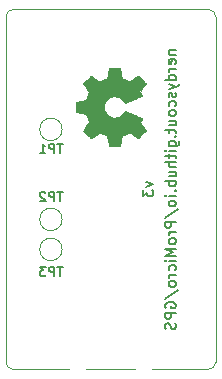
<source format=gbr>
%TF.GenerationSoftware,KiCad,Pcbnew,5.1.5+dfsg1-2~bpo10+1*%
%TF.CreationDate,Date%
%TF.ProjectId,ProMicro_GPS,50726f4d-6963-4726-9f5f-4750532e6b69,v3.1*%
%TF.SameCoordinates,Original*%
%TF.FileFunction,Legend,Bot*%
%TF.FilePolarity,Positive*%
%FSLAX45Y45*%
G04 Gerber Fmt 4.5, Leading zero omitted, Abs format (unit mm)*
G04 Created by KiCad*
%MOMM*%
%LPD*%
G04 APERTURE LIST*
%ADD10C,0.100000*%
%ADD11C,0.200000*%
%ADD12C,0.010000*%
%ADD13C,0.120000*%
%ADD14O,1.600000X1.600000*%
%ADD15R,1.600000X1.600000*%
%ADD16C,1.500000*%
%ADD17R,1.350000X4.200000*%
G04 APERTURE END LIST*
D10*
X127000Y2857500D02*
X127000Y-63500D01*
D11*
X-463786Y1461286D02*
X-403786Y1439857D01*
X-463786Y1418429D01*
X-493786Y1392714D02*
X-493786Y1337000D01*
X-459500Y1367000D01*
X-459500Y1354143D01*
X-455214Y1345572D01*
X-450929Y1341286D01*
X-442357Y1337000D01*
X-420929Y1337000D01*
X-412357Y1341286D01*
X-408071Y1345572D01*
X-403786Y1354143D01*
X-403786Y1379857D01*
X-408071Y1388429D01*
X-412357Y1392714D01*
X-273286Y2575572D02*
X-213286Y2575572D01*
X-264714Y2575572D02*
X-269000Y2571286D01*
X-273286Y2562714D01*
X-273286Y2549857D01*
X-269000Y2541286D01*
X-260429Y2537000D01*
X-213286Y2537000D01*
X-217571Y2459857D02*
X-213286Y2468429D01*
X-213286Y2485572D01*
X-217571Y2494143D01*
X-226143Y2498429D01*
X-260429Y2498429D01*
X-269000Y2494143D01*
X-273286Y2485572D01*
X-273286Y2468429D01*
X-269000Y2459857D01*
X-260429Y2455572D01*
X-251857Y2455572D01*
X-243286Y2498429D01*
X-213286Y2417000D02*
X-273286Y2417000D01*
X-256143Y2417000D02*
X-264714Y2412714D01*
X-269000Y2408429D01*
X-273286Y2399857D01*
X-273286Y2391286D01*
X-213286Y2322714D02*
X-303286Y2322714D01*
X-217571Y2322714D02*
X-213286Y2331286D01*
X-213286Y2348429D01*
X-217571Y2357000D01*
X-221857Y2361286D01*
X-230429Y2365572D01*
X-256143Y2365572D01*
X-264714Y2361286D01*
X-269000Y2357000D01*
X-273286Y2348429D01*
X-273286Y2331286D01*
X-269000Y2322714D01*
X-273286Y2288429D02*
X-213286Y2267000D01*
X-273286Y2245572D02*
X-213286Y2267000D01*
X-191857Y2275572D01*
X-187571Y2279857D01*
X-183286Y2288429D01*
X-217571Y2215572D02*
X-213286Y2207000D01*
X-213286Y2189857D01*
X-217571Y2181286D01*
X-226143Y2177000D01*
X-230429Y2177000D01*
X-239000Y2181286D01*
X-243286Y2189857D01*
X-243286Y2202714D01*
X-247571Y2211286D01*
X-256143Y2215572D01*
X-260429Y2215572D01*
X-269000Y2211286D01*
X-273286Y2202714D01*
X-273286Y2189857D01*
X-269000Y2181286D01*
X-217571Y2099857D02*
X-213286Y2108429D01*
X-213286Y2125572D01*
X-217571Y2134143D01*
X-221857Y2138429D01*
X-230429Y2142714D01*
X-256143Y2142714D01*
X-264714Y2138429D01*
X-269000Y2134143D01*
X-273286Y2125572D01*
X-273286Y2108429D01*
X-269000Y2099857D01*
X-213286Y2048429D02*
X-217571Y2057000D01*
X-221857Y2061286D01*
X-230429Y2065571D01*
X-256143Y2065571D01*
X-264714Y2061286D01*
X-269000Y2057000D01*
X-273286Y2048429D01*
X-273286Y2035571D01*
X-269000Y2027000D01*
X-264714Y2022714D01*
X-256143Y2018429D01*
X-230429Y2018429D01*
X-221857Y2022714D01*
X-217571Y2027000D01*
X-213286Y2035571D01*
X-213286Y2048429D01*
X-273286Y1941286D02*
X-213286Y1941286D01*
X-273286Y1979857D02*
X-226143Y1979857D01*
X-217571Y1975571D01*
X-213286Y1967000D01*
X-213286Y1954143D01*
X-217571Y1945571D01*
X-221857Y1941286D01*
X-273286Y1911286D02*
X-273286Y1877000D01*
X-303286Y1898429D02*
X-226143Y1898429D01*
X-217571Y1894143D01*
X-213286Y1885571D01*
X-213286Y1877000D01*
X-221857Y1847000D02*
X-217571Y1842714D01*
X-213286Y1847000D01*
X-217571Y1851286D01*
X-221857Y1847000D01*
X-213286Y1847000D01*
X-273286Y1765571D02*
X-200429Y1765571D01*
X-191857Y1769857D01*
X-187571Y1774143D01*
X-183286Y1782714D01*
X-183286Y1795571D01*
X-187571Y1804143D01*
X-217571Y1765571D02*
X-213286Y1774143D01*
X-213286Y1791286D01*
X-217571Y1799857D01*
X-221857Y1804143D01*
X-230429Y1808429D01*
X-256143Y1808429D01*
X-264714Y1804143D01*
X-269000Y1799857D01*
X-273286Y1791286D01*
X-273286Y1774143D01*
X-269000Y1765571D01*
X-213286Y1722714D02*
X-273286Y1722714D01*
X-303286Y1722714D02*
X-299000Y1727000D01*
X-294714Y1722714D01*
X-299000Y1718429D01*
X-303286Y1722714D01*
X-294714Y1722714D01*
X-273286Y1692714D02*
X-273286Y1658429D01*
X-303286Y1679857D02*
X-226143Y1679857D01*
X-217571Y1675571D01*
X-213286Y1667000D01*
X-213286Y1658429D01*
X-213286Y1628429D02*
X-303286Y1628429D01*
X-213286Y1589857D02*
X-260429Y1589857D01*
X-269000Y1594143D01*
X-273286Y1602714D01*
X-273286Y1615571D01*
X-269000Y1624143D01*
X-264714Y1628429D01*
X-273286Y1508429D02*
X-213286Y1508429D01*
X-273286Y1547000D02*
X-226143Y1547000D01*
X-217571Y1542714D01*
X-213286Y1534143D01*
X-213286Y1521286D01*
X-217571Y1512714D01*
X-221857Y1508429D01*
X-213286Y1465571D02*
X-303286Y1465571D01*
X-269000Y1465571D02*
X-273286Y1457000D01*
X-273286Y1439857D01*
X-269000Y1431286D01*
X-264714Y1427000D01*
X-256143Y1422714D01*
X-230429Y1422714D01*
X-221857Y1427000D01*
X-217571Y1431286D01*
X-213286Y1439857D01*
X-213286Y1457000D01*
X-217571Y1465571D01*
X-221857Y1384143D02*
X-217571Y1379857D01*
X-213286Y1384143D01*
X-217571Y1388429D01*
X-221857Y1384143D01*
X-213286Y1384143D01*
X-213286Y1341286D02*
X-273286Y1341286D01*
X-303286Y1341286D02*
X-299000Y1345572D01*
X-294714Y1341286D01*
X-299000Y1337000D01*
X-303286Y1341286D01*
X-294714Y1341286D01*
X-213286Y1285572D02*
X-217571Y1294143D01*
X-221857Y1298429D01*
X-230429Y1302714D01*
X-256143Y1302714D01*
X-264714Y1298429D01*
X-269000Y1294143D01*
X-273286Y1285572D01*
X-273286Y1272714D01*
X-269000Y1264143D01*
X-264714Y1259857D01*
X-256143Y1255572D01*
X-230429Y1255572D01*
X-221857Y1259857D01*
X-217571Y1264143D01*
X-213286Y1272714D01*
X-213286Y1285572D01*
X-307572Y1152714D02*
X-191857Y1229857D01*
X-213286Y1122714D02*
X-303286Y1122714D01*
X-303286Y1088429D01*
X-299000Y1079857D01*
X-294714Y1075572D01*
X-286143Y1071286D01*
X-273286Y1071286D01*
X-264714Y1075572D01*
X-260429Y1079857D01*
X-256143Y1088429D01*
X-256143Y1122714D01*
X-213286Y1032714D02*
X-273286Y1032714D01*
X-256143Y1032714D02*
X-264714Y1028429D01*
X-269000Y1024143D01*
X-273286Y1015571D01*
X-273286Y1007000D01*
X-213286Y964143D02*
X-217571Y972714D01*
X-221857Y977000D01*
X-230429Y981286D01*
X-256143Y981286D01*
X-264714Y977000D01*
X-269000Y972714D01*
X-273286Y964143D01*
X-273286Y951286D01*
X-269000Y942714D01*
X-264714Y938429D01*
X-256143Y934143D01*
X-230429Y934143D01*
X-221857Y938429D01*
X-217571Y942714D01*
X-213286Y951286D01*
X-213286Y964143D01*
X-213286Y895571D02*
X-303286Y895571D01*
X-239000Y865571D01*
X-303286Y835571D01*
X-213286Y835571D01*
X-213286Y792714D02*
X-273286Y792714D01*
X-303286Y792714D02*
X-299000Y797000D01*
X-294714Y792714D01*
X-299000Y788429D01*
X-303286Y792714D01*
X-294714Y792714D01*
X-217571Y711286D02*
X-213286Y719857D01*
X-213286Y737000D01*
X-217571Y745571D01*
X-221857Y749857D01*
X-230429Y754143D01*
X-256143Y754143D01*
X-264714Y749857D01*
X-269000Y745571D01*
X-273286Y737000D01*
X-273286Y719857D01*
X-269000Y711286D01*
X-213286Y672714D02*
X-273286Y672714D01*
X-256143Y672714D02*
X-264714Y668429D01*
X-269000Y664143D01*
X-273286Y655572D01*
X-273286Y647000D01*
X-213286Y604143D02*
X-217571Y612714D01*
X-221857Y617000D01*
X-230429Y621286D01*
X-256143Y621286D01*
X-264714Y617000D01*
X-269000Y612714D01*
X-273286Y604143D01*
X-273286Y591286D01*
X-269000Y582714D01*
X-264714Y578429D01*
X-256143Y574143D01*
X-230429Y574143D01*
X-221857Y578429D01*
X-217571Y582714D01*
X-213286Y591286D01*
X-213286Y604143D01*
X-307572Y471286D02*
X-191857Y548429D01*
X-299000Y394143D02*
X-303286Y402714D01*
X-303286Y415571D01*
X-299000Y428429D01*
X-290429Y437000D01*
X-281857Y441286D01*
X-264714Y445571D01*
X-251857Y445571D01*
X-234714Y441286D01*
X-226143Y437000D01*
X-217571Y428429D01*
X-213286Y415571D01*
X-213286Y407000D01*
X-217571Y394143D01*
X-221857Y389857D01*
X-251857Y389857D01*
X-251857Y407000D01*
X-213286Y351286D02*
X-303286Y351286D01*
X-303286Y317000D01*
X-299000Y308429D01*
X-294714Y304143D01*
X-286143Y299857D01*
X-273286Y299857D01*
X-264714Y304143D01*
X-260429Y308429D01*
X-256143Y317000D01*
X-256143Y351286D01*
X-217571Y265572D02*
X-213286Y252714D01*
X-213286Y231286D01*
X-217571Y222714D01*
X-221857Y218429D01*
X-230429Y214143D01*
X-239000Y214143D01*
X-247571Y218429D01*
X-251857Y222714D01*
X-256143Y231286D01*
X-260429Y248429D01*
X-264714Y257000D01*
X-269000Y261286D01*
X-277572Y265572D01*
X-286143Y265572D01*
X-294714Y261286D01*
X-299000Y257000D01*
X-303286Y248429D01*
X-303286Y227000D01*
X-299000Y214143D01*
D10*
X-1587500Y-127000D02*
G75*
G02X-1651000Y-63500I0J63500D01*
G01*
X-1651000Y2857500D02*
G75*
G02X-1587500Y2921000I63500J0D01*
G01*
X63500Y2921000D02*
G75*
G02X127000Y2857500I0J-63500D01*
G01*
X127000Y-63500D02*
G75*
G02X63500Y-127000I-63500J0D01*
G01*
X-1587500Y2921000D02*
X63500Y2921000D01*
X-1651000Y-63500D02*
X-1651000Y2857500D01*
X63500Y-127000D02*
X-1587500Y-127000D01*
D12*
G36*
X-1015107Y2039919D02*
G01*
X-970644Y2031536D01*
X-957895Y2000608D01*
X-945145Y1969679D01*
X-970375Y1932575D01*
X-977400Y1922184D01*
X-983673Y1912791D01*
X-988906Y1904835D01*
X-992814Y1898753D01*
X-995111Y1894984D01*
X-995606Y1893958D01*
X-994332Y1892109D01*
X-990812Y1888158D01*
X-985494Y1882548D01*
X-978828Y1875721D01*
X-971265Y1868121D01*
X-963253Y1860191D01*
X-955243Y1852372D01*
X-947684Y1845109D01*
X-941025Y1838844D01*
X-935718Y1834020D01*
X-932211Y1831079D01*
X-931038Y1830376D01*
X-928874Y1831388D01*
X-924134Y1834224D01*
X-917281Y1838587D01*
X-908778Y1844178D01*
X-899091Y1850699D01*
X-893565Y1854478D01*
X-883475Y1861366D01*
X-874370Y1867486D01*
X-866703Y1872542D01*
X-860927Y1876237D01*
X-857496Y1878274D01*
X-856775Y1878580D01*
X-854725Y1877886D01*
X-849949Y1875995D01*
X-843117Y1873191D01*
X-834901Y1869761D01*
X-825973Y1865989D01*
X-817004Y1862161D01*
X-808666Y1858563D01*
X-801631Y1855479D01*
X-796569Y1853196D01*
X-794153Y1851998D01*
X-794058Y1851928D01*
X-793596Y1850047D01*
X-792567Y1845038D01*
X-791071Y1837421D01*
X-789210Y1827713D01*
X-787084Y1816436D01*
X-785858Y1809856D01*
X-783564Y1797805D01*
X-781380Y1786920D01*
X-779428Y1777752D01*
X-777825Y1770852D01*
X-776692Y1766770D01*
X-776333Y1765949D01*
X-773899Y1765145D01*
X-768404Y1764497D01*
X-760489Y1764003D01*
X-750797Y1763664D01*
X-739971Y1763478D01*
X-728653Y1763446D01*
X-717486Y1763567D01*
X-707113Y1763841D01*
X-698176Y1764267D01*
X-691317Y1764844D01*
X-687180Y1765573D01*
X-686319Y1766010D01*
X-685287Y1768624D01*
X-683811Y1774161D01*
X-682065Y1781889D01*
X-680222Y1791077D01*
X-679626Y1794284D01*
X-676793Y1809748D01*
X-674512Y1821962D01*
X-672692Y1831333D01*
X-671242Y1838262D01*
X-670071Y1843153D01*
X-669089Y1846410D01*
X-668204Y1848437D01*
X-667328Y1849637D01*
X-667154Y1849805D01*
X-664363Y1851482D01*
X-658931Y1854039D01*
X-651522Y1857221D01*
X-642804Y1860774D01*
X-633439Y1864442D01*
X-624095Y1867969D01*
X-615435Y1871100D01*
X-608126Y1873581D01*
X-602832Y1875155D01*
X-600219Y1875567D01*
X-600127Y1875532D01*
X-597991Y1874136D01*
X-593292Y1870968D01*
X-586517Y1866361D01*
X-578158Y1860648D01*
X-568702Y1854163D01*
X-566015Y1852316D01*
X-556273Y1845730D01*
X-547384Y1839935D01*
X-539859Y1835246D01*
X-534208Y1831979D01*
X-530942Y1830450D01*
X-530541Y1830376D01*
X-528432Y1831661D01*
X-524254Y1835211D01*
X-518455Y1840571D01*
X-511486Y1847283D01*
X-503795Y1854891D01*
X-495832Y1862940D01*
X-488044Y1870971D01*
X-480881Y1878530D01*
X-474793Y1885159D01*
X-470228Y1890403D01*
X-467635Y1893804D01*
X-467212Y1894745D01*
X-468209Y1896936D01*
X-470898Y1901420D01*
X-474826Y1907468D01*
X-477988Y1912121D01*
X-483790Y1920552D01*
X-490622Y1930537D01*
X-497442Y1940553D01*
X-501092Y1945937D01*
X-513420Y1964163D01*
X-505148Y1979462D01*
X-501524Y1986432D01*
X-498707Y1992359D01*
X-497101Y1996369D01*
X-496877Y1997390D01*
X-498528Y1998617D01*
X-503192Y2001039D01*
X-510439Y2004474D01*
X-519839Y2008741D01*
X-530963Y2013661D01*
X-543379Y2019051D01*
X-556657Y2024732D01*
X-570367Y2030522D01*
X-584080Y2036241D01*
X-597364Y2041708D01*
X-609790Y2046742D01*
X-620928Y2051162D01*
X-630346Y2054788D01*
X-637616Y2057439D01*
X-642306Y2058934D01*
X-643917Y2059175D01*
X-645971Y2057269D01*
X-649307Y2053096D01*
X-653230Y2047529D01*
X-653540Y2047062D01*
X-665058Y2032674D01*
X-678495Y2021072D01*
X-693422Y2012357D01*
X-709409Y2006630D01*
X-726026Y2003991D01*
X-742845Y2004541D01*
X-759434Y2008381D01*
X-775366Y2015610D01*
X-778851Y2017737D01*
X-792926Y2028800D01*
X-804229Y2041870D01*
X-812700Y2056494D01*
X-818281Y2072219D01*
X-820913Y2088594D01*
X-820537Y2105167D01*
X-817095Y2121484D01*
X-810528Y2137094D01*
X-800776Y2151543D01*
X-796819Y2156013D01*
X-784430Y2167389D01*
X-771388Y2175678D01*
X-756768Y2181364D01*
X-742291Y2184531D01*
X-726014Y2185313D01*
X-709656Y2182706D01*
X-693770Y2176976D01*
X-678909Y2168386D01*
X-665627Y2157201D01*
X-654474Y2143688D01*
X-653299Y2141912D01*
X-649449Y2136285D01*
X-646114Y2132008D01*
X-643984Y2129963D01*
X-643917Y2129933D01*
X-641613Y2130372D01*
X-636384Y2132112D01*
X-628661Y2134973D01*
X-618873Y2138774D01*
X-607451Y2143333D01*
X-594824Y2148470D01*
X-581423Y2154004D01*
X-567678Y2159754D01*
X-554019Y2165540D01*
X-540876Y2171180D01*
X-528680Y2176494D01*
X-517859Y2181301D01*
X-508845Y2185420D01*
X-502068Y2188670D01*
X-497957Y2190870D01*
X-496877Y2191756D01*
X-497718Y2194464D01*
X-499973Y2199530D01*
X-503239Y2206082D01*
X-505148Y2209684D01*
X-513420Y2224983D01*
X-501092Y2243209D01*
X-494777Y2252513D01*
X-487827Y2262699D01*
X-481283Y2272244D01*
X-477988Y2277025D01*
X-473473Y2283750D01*
X-469894Y2289444D01*
X-467706Y2293365D01*
X-467244Y2294638D01*
X-468491Y2296492D01*
X-471975Y2300594D01*
X-477332Y2306548D01*
X-484202Y2313954D01*
X-492222Y2322417D01*
X-497371Y2327769D01*
X-506571Y2337132D01*
X-514800Y2345224D01*
X-521705Y2351718D01*
X-526936Y2356286D01*
X-530138Y2358601D01*
X-530788Y2358823D01*
X-533261Y2357792D01*
X-538260Y2354944D01*
X-545279Y2350594D01*
X-553813Y2345058D01*
X-563354Y2338652D01*
X-566015Y2336830D01*
X-575683Y2330193D01*
X-584388Y2324238D01*
X-591641Y2319298D01*
X-596951Y2315708D01*
X-599830Y2313798D01*
X-600127Y2313614D01*
X-602422Y2313890D01*
X-607466Y2315354D01*
X-614596Y2317751D01*
X-623145Y2320827D01*
X-632449Y2324324D01*
X-641843Y2327989D01*
X-650660Y2331566D01*
X-658237Y2334799D01*
X-663907Y2337434D01*
X-667006Y2339214D01*
X-667154Y2339341D01*
X-668040Y2340429D01*
X-668916Y2342268D01*
X-669872Y2345261D01*
X-671000Y2349810D01*
X-672391Y2356321D01*
X-674134Y2365196D01*
X-676320Y2376839D01*
X-679041Y2391654D01*
X-679626Y2394862D01*
X-681463Y2404369D01*
X-683260Y2412657D01*
X-684843Y2418993D01*
X-686040Y2422646D01*
X-686319Y2423136D01*
X-688793Y2423943D01*
X-694321Y2424599D01*
X-702261Y2425103D01*
X-711970Y2425456D01*
X-722806Y2425656D01*
X-734126Y2425704D01*
X-745287Y2425598D01*
X-755647Y2425338D01*
X-764563Y2424925D01*
X-771393Y2424356D01*
X-775493Y2423633D01*
X-776333Y2423197D01*
X-777179Y2420770D01*
X-778556Y2415243D01*
X-780345Y2407166D01*
X-782425Y2397091D01*
X-784678Y2385568D01*
X-785858Y2379290D01*
X-788085Y2367379D01*
X-790102Y2356757D01*
X-791808Y2347943D01*
X-793103Y2341457D01*
X-793884Y2337817D01*
X-794058Y2337218D01*
X-796011Y2336206D01*
X-800716Y2334066D01*
X-807500Y2331084D01*
X-815691Y2327545D01*
X-824617Y2323733D01*
X-833606Y2319935D01*
X-841986Y2316436D01*
X-849085Y2313521D01*
X-854231Y2311474D01*
X-856750Y2310582D01*
X-856860Y2310566D01*
X-858848Y2311577D01*
X-863422Y2314412D01*
X-870128Y2318772D01*
X-878512Y2324361D01*
X-888117Y2330879D01*
X-893635Y2334668D01*
X-903752Y2341573D01*
X-912937Y2347705D01*
X-920726Y2352766D01*
X-926653Y2356457D01*
X-930255Y2358478D01*
X-931062Y2358770D01*
X-932942Y2357515D01*
X-936954Y2354046D01*
X-942651Y2348806D01*
X-949581Y2342238D01*
X-957297Y2334786D01*
X-965347Y2326891D01*
X-973284Y2318998D01*
X-980656Y2311550D01*
X-987015Y2304989D01*
X-991911Y2299760D01*
X-994894Y2296304D01*
X-995606Y2295148D01*
X-994605Y2293265D01*
X-991792Y2288763D01*
X-987455Y2282079D01*
X-981878Y2273650D01*
X-975349Y2263914D01*
X-970375Y2256571D01*
X-945145Y2219467D01*
X-970644Y2157610D01*
X-1015107Y2149228D01*
X-1059569Y2140845D01*
X-1059569Y2048301D01*
X-1015107Y2039919D01*
G37*
X-1015107Y2039919D02*
X-970644Y2031536D01*
X-957895Y2000608D01*
X-945145Y1969679D01*
X-970375Y1932575D01*
X-977400Y1922184D01*
X-983673Y1912791D01*
X-988906Y1904835D01*
X-992814Y1898753D01*
X-995111Y1894984D01*
X-995606Y1893958D01*
X-994332Y1892109D01*
X-990812Y1888158D01*
X-985494Y1882548D01*
X-978828Y1875721D01*
X-971265Y1868121D01*
X-963253Y1860191D01*
X-955243Y1852372D01*
X-947684Y1845109D01*
X-941025Y1838844D01*
X-935718Y1834020D01*
X-932211Y1831079D01*
X-931038Y1830376D01*
X-928874Y1831388D01*
X-924134Y1834224D01*
X-917281Y1838587D01*
X-908778Y1844178D01*
X-899091Y1850699D01*
X-893565Y1854478D01*
X-883475Y1861366D01*
X-874370Y1867486D01*
X-866703Y1872542D01*
X-860927Y1876237D01*
X-857496Y1878274D01*
X-856775Y1878580D01*
X-854725Y1877886D01*
X-849949Y1875995D01*
X-843117Y1873191D01*
X-834901Y1869761D01*
X-825973Y1865989D01*
X-817004Y1862161D01*
X-808666Y1858563D01*
X-801631Y1855479D01*
X-796569Y1853196D01*
X-794153Y1851998D01*
X-794058Y1851928D01*
X-793596Y1850047D01*
X-792567Y1845038D01*
X-791071Y1837421D01*
X-789210Y1827713D01*
X-787084Y1816436D01*
X-785858Y1809856D01*
X-783564Y1797805D01*
X-781380Y1786920D01*
X-779428Y1777752D01*
X-777825Y1770852D01*
X-776692Y1766770D01*
X-776333Y1765949D01*
X-773899Y1765145D01*
X-768404Y1764497D01*
X-760489Y1764003D01*
X-750797Y1763664D01*
X-739971Y1763478D01*
X-728653Y1763446D01*
X-717486Y1763567D01*
X-707113Y1763841D01*
X-698176Y1764267D01*
X-691317Y1764844D01*
X-687180Y1765573D01*
X-686319Y1766010D01*
X-685287Y1768624D01*
X-683811Y1774161D01*
X-682065Y1781889D01*
X-680222Y1791077D01*
X-679626Y1794284D01*
X-676793Y1809748D01*
X-674512Y1821962D01*
X-672692Y1831333D01*
X-671242Y1838262D01*
X-670071Y1843153D01*
X-669089Y1846410D01*
X-668204Y1848437D01*
X-667328Y1849637D01*
X-667154Y1849805D01*
X-664363Y1851482D01*
X-658931Y1854039D01*
X-651522Y1857221D01*
X-642804Y1860774D01*
X-633439Y1864442D01*
X-624095Y1867969D01*
X-615435Y1871100D01*
X-608126Y1873581D01*
X-602832Y1875155D01*
X-600219Y1875567D01*
X-600127Y1875532D01*
X-597991Y1874136D01*
X-593292Y1870968D01*
X-586517Y1866361D01*
X-578158Y1860648D01*
X-568702Y1854163D01*
X-566015Y1852316D01*
X-556273Y1845730D01*
X-547384Y1839935D01*
X-539859Y1835246D01*
X-534208Y1831979D01*
X-530942Y1830450D01*
X-530541Y1830376D01*
X-528432Y1831661D01*
X-524254Y1835211D01*
X-518455Y1840571D01*
X-511486Y1847283D01*
X-503795Y1854891D01*
X-495832Y1862940D01*
X-488044Y1870971D01*
X-480881Y1878530D01*
X-474793Y1885159D01*
X-470228Y1890403D01*
X-467635Y1893804D01*
X-467212Y1894745D01*
X-468209Y1896936D01*
X-470898Y1901420D01*
X-474826Y1907468D01*
X-477988Y1912121D01*
X-483790Y1920552D01*
X-490622Y1930537D01*
X-497442Y1940553D01*
X-501092Y1945937D01*
X-513420Y1964163D01*
X-505148Y1979462D01*
X-501524Y1986432D01*
X-498707Y1992359D01*
X-497101Y1996369D01*
X-496877Y1997390D01*
X-498528Y1998617D01*
X-503192Y2001039D01*
X-510439Y2004474D01*
X-519839Y2008741D01*
X-530963Y2013661D01*
X-543379Y2019051D01*
X-556657Y2024732D01*
X-570367Y2030522D01*
X-584080Y2036241D01*
X-597364Y2041708D01*
X-609790Y2046742D01*
X-620928Y2051162D01*
X-630346Y2054788D01*
X-637616Y2057439D01*
X-642306Y2058934D01*
X-643917Y2059175D01*
X-645971Y2057269D01*
X-649307Y2053096D01*
X-653230Y2047529D01*
X-653540Y2047062D01*
X-665058Y2032674D01*
X-678495Y2021072D01*
X-693422Y2012357D01*
X-709409Y2006630D01*
X-726026Y2003991D01*
X-742845Y2004541D01*
X-759434Y2008381D01*
X-775366Y2015610D01*
X-778851Y2017737D01*
X-792926Y2028800D01*
X-804229Y2041870D01*
X-812700Y2056494D01*
X-818281Y2072219D01*
X-820913Y2088594D01*
X-820537Y2105167D01*
X-817095Y2121484D01*
X-810528Y2137094D01*
X-800776Y2151543D01*
X-796819Y2156013D01*
X-784430Y2167389D01*
X-771388Y2175678D01*
X-756768Y2181364D01*
X-742291Y2184531D01*
X-726014Y2185313D01*
X-709656Y2182706D01*
X-693770Y2176976D01*
X-678909Y2168386D01*
X-665627Y2157201D01*
X-654474Y2143688D01*
X-653299Y2141912D01*
X-649449Y2136285D01*
X-646114Y2132008D01*
X-643984Y2129963D01*
X-643917Y2129933D01*
X-641613Y2130372D01*
X-636384Y2132112D01*
X-628661Y2134973D01*
X-618873Y2138774D01*
X-607451Y2143333D01*
X-594824Y2148470D01*
X-581423Y2154004D01*
X-567678Y2159754D01*
X-554019Y2165540D01*
X-540876Y2171180D01*
X-528680Y2176494D01*
X-517859Y2181301D01*
X-508845Y2185420D01*
X-502068Y2188670D01*
X-497957Y2190870D01*
X-496877Y2191756D01*
X-497718Y2194464D01*
X-499973Y2199530D01*
X-503239Y2206082D01*
X-505148Y2209684D01*
X-513420Y2224983D01*
X-501092Y2243209D01*
X-494777Y2252513D01*
X-487827Y2262699D01*
X-481283Y2272244D01*
X-477988Y2277025D01*
X-473473Y2283750D01*
X-469894Y2289444D01*
X-467706Y2293365D01*
X-467244Y2294638D01*
X-468491Y2296492D01*
X-471975Y2300594D01*
X-477332Y2306548D01*
X-484202Y2313954D01*
X-492222Y2322417D01*
X-497371Y2327769D01*
X-506571Y2337132D01*
X-514800Y2345224D01*
X-521705Y2351718D01*
X-526936Y2356286D01*
X-530138Y2358601D01*
X-530788Y2358823D01*
X-533261Y2357792D01*
X-538260Y2354944D01*
X-545279Y2350594D01*
X-553813Y2345058D01*
X-563354Y2338652D01*
X-566015Y2336830D01*
X-575683Y2330193D01*
X-584388Y2324238D01*
X-591641Y2319298D01*
X-596951Y2315708D01*
X-599830Y2313798D01*
X-600127Y2313614D01*
X-602422Y2313890D01*
X-607466Y2315354D01*
X-614596Y2317751D01*
X-623145Y2320827D01*
X-632449Y2324324D01*
X-641843Y2327989D01*
X-650660Y2331566D01*
X-658237Y2334799D01*
X-663907Y2337434D01*
X-667006Y2339214D01*
X-667154Y2339341D01*
X-668040Y2340429D01*
X-668916Y2342268D01*
X-669872Y2345261D01*
X-671000Y2349810D01*
X-672391Y2356321D01*
X-674134Y2365196D01*
X-676320Y2376839D01*
X-679041Y2391654D01*
X-679626Y2394862D01*
X-681463Y2404369D01*
X-683260Y2412657D01*
X-684843Y2418993D01*
X-686040Y2422646D01*
X-686319Y2423136D01*
X-688793Y2423943D01*
X-694321Y2424599D01*
X-702261Y2425103D01*
X-711970Y2425456D01*
X-722806Y2425656D01*
X-734126Y2425704D01*
X-745287Y2425598D01*
X-755647Y2425338D01*
X-764563Y2424925D01*
X-771393Y2424356D01*
X-775493Y2423633D01*
X-776333Y2423197D01*
X-777179Y2420770D01*
X-778556Y2415243D01*
X-780345Y2407166D01*
X-782425Y2397091D01*
X-784678Y2385568D01*
X-785858Y2379290D01*
X-788085Y2367379D01*
X-790102Y2356757D01*
X-791808Y2347943D01*
X-793103Y2341457D01*
X-793884Y2337817D01*
X-794058Y2337218D01*
X-796011Y2336206D01*
X-800716Y2334066D01*
X-807500Y2331084D01*
X-815691Y2327545D01*
X-824617Y2323733D01*
X-833606Y2319935D01*
X-841986Y2316436D01*
X-849085Y2313521D01*
X-854231Y2311474D01*
X-856750Y2310582D01*
X-856860Y2310566D01*
X-858848Y2311577D01*
X-863422Y2314412D01*
X-870128Y2318772D01*
X-878512Y2324361D01*
X-888117Y2330879D01*
X-893635Y2334668D01*
X-903752Y2341573D01*
X-912937Y2347705D01*
X-920726Y2352766D01*
X-926653Y2356457D01*
X-930255Y2358478D01*
X-931062Y2358770D01*
X-932942Y2357515D01*
X-936954Y2354046D01*
X-942651Y2348806D01*
X-949581Y2342238D01*
X-957297Y2334786D01*
X-965347Y2326891D01*
X-973284Y2318998D01*
X-980656Y2311550D01*
X-987015Y2304989D01*
X-991911Y2299760D01*
X-994894Y2296304D01*
X-995606Y2295148D01*
X-994605Y2293265D01*
X-991792Y2288763D01*
X-987455Y2282079D01*
X-981878Y2273650D01*
X-975349Y2263914D01*
X-970375Y2256571D01*
X-945145Y2219467D01*
X-970644Y2157610D01*
X-1015107Y2149228D01*
X-1059569Y2140845D01*
X-1059569Y2048301D01*
X-1015107Y2039919D01*
D13*
X-1175000Y889000D02*
G75*
G03X-1175000Y889000I-95000J0D01*
G01*
X-1175000Y1143000D02*
G75*
G03X-1175000Y1143000I-95000J0D01*
G01*
X-1175000Y1905000D02*
G75*
G03X-1175000Y1905000I-95000J0D01*
G01*
D11*
X-1169048Y742310D02*
X-1214762Y742310D01*
X-1191905Y662310D02*
X-1191905Y742310D01*
X-1241429Y662310D02*
X-1241429Y742310D01*
X-1271905Y742310D01*
X-1279524Y738500D01*
X-1283333Y734690D01*
X-1287143Y727071D01*
X-1287143Y715643D01*
X-1283333Y708024D01*
X-1279524Y704214D01*
X-1271905Y700405D01*
X-1241429Y700405D01*
X-1313810Y742310D02*
X-1363333Y742310D01*
X-1336667Y711833D01*
X-1348095Y711833D01*
X-1355714Y708024D01*
X-1359524Y704214D01*
X-1363333Y696595D01*
X-1363333Y677548D01*
X-1359524Y669929D01*
X-1355714Y666119D01*
X-1348095Y662310D01*
X-1325238Y662310D01*
X-1317619Y666119D01*
X-1313810Y669929D01*
X-1169048Y1377310D02*
X-1214762Y1377310D01*
X-1191905Y1297310D02*
X-1191905Y1377310D01*
X-1241429Y1297310D02*
X-1241429Y1377310D01*
X-1271905Y1377310D01*
X-1279524Y1373500D01*
X-1283333Y1369691D01*
X-1287143Y1362072D01*
X-1287143Y1350643D01*
X-1283333Y1343024D01*
X-1279524Y1339214D01*
X-1271905Y1335405D01*
X-1241429Y1335405D01*
X-1317619Y1369691D02*
X-1321429Y1373500D01*
X-1329048Y1377310D01*
X-1348095Y1377310D01*
X-1355714Y1373500D01*
X-1359524Y1369691D01*
X-1363333Y1362072D01*
X-1363333Y1354452D01*
X-1359524Y1343024D01*
X-1313810Y1297310D01*
X-1363333Y1297310D01*
X-1169048Y1784010D02*
X-1214762Y1784010D01*
X-1191905Y1704010D02*
X-1191905Y1784010D01*
X-1241429Y1704010D02*
X-1241429Y1784010D01*
X-1271905Y1784010D01*
X-1279524Y1780200D01*
X-1283333Y1776390D01*
X-1287143Y1768771D01*
X-1287143Y1757343D01*
X-1283333Y1749724D01*
X-1279524Y1745914D01*
X-1271905Y1742105D01*
X-1241429Y1742105D01*
X-1363333Y1704010D02*
X-1317619Y1704010D01*
X-1340476Y1704010D02*
X-1340476Y1784010D01*
X-1332857Y1772581D01*
X-1325238Y1764962D01*
X-1317619Y1761152D01*
%LPC*%
D14*
X-1524000Y0D03*
X-1524000Y254000D03*
X-1524000Y508000D03*
X0Y2794000D03*
X-1524000Y762000D03*
X0Y2540000D03*
X-1524000Y1016000D03*
X0Y2286000D03*
X-1524000Y1270000D03*
X0Y2032000D03*
X-1524000Y1524000D03*
X0Y1778000D03*
X-1524000Y1778000D03*
X0Y1524000D03*
X-1524000Y2032000D03*
X0Y1270000D03*
X-1524000Y2286000D03*
X0Y1016000D03*
X-1524000Y2540000D03*
X0Y762000D03*
X-1524000Y2794000D03*
X0Y508000D03*
X0Y254000D03*
D15*
X0Y0D03*
D16*
X-1270000Y889000D03*
X-1270000Y1143000D03*
X-1270000Y1905000D03*
X-1270000Y2159000D03*
D17*
X-479500Y63500D03*
X-1044500Y63500D03*
M02*

</source>
